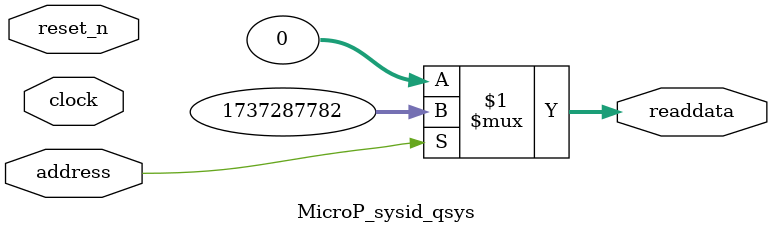
<source format=v>

`timescale 1ns / 1ps
// synthesis translate_on

// turn off superfluous verilog processor warnings 
// altera message_level Level1 
// altera message_off 10034 10035 10036 10037 10230 10240 10030 

module MicroP_sysid_qsys (
               // inputs:
                address,
                clock,
                reset_n,

               // outputs:
                readdata
             )
;

  output  [ 31: 0] readdata;
  input            address;
  input            clock;
  input            reset_n;

  wire    [ 31: 0] readdata;
  //control_slave, which is an e_avalon_slave
  assign readdata = address ? 1737287782 : 0;

endmodule




</source>
